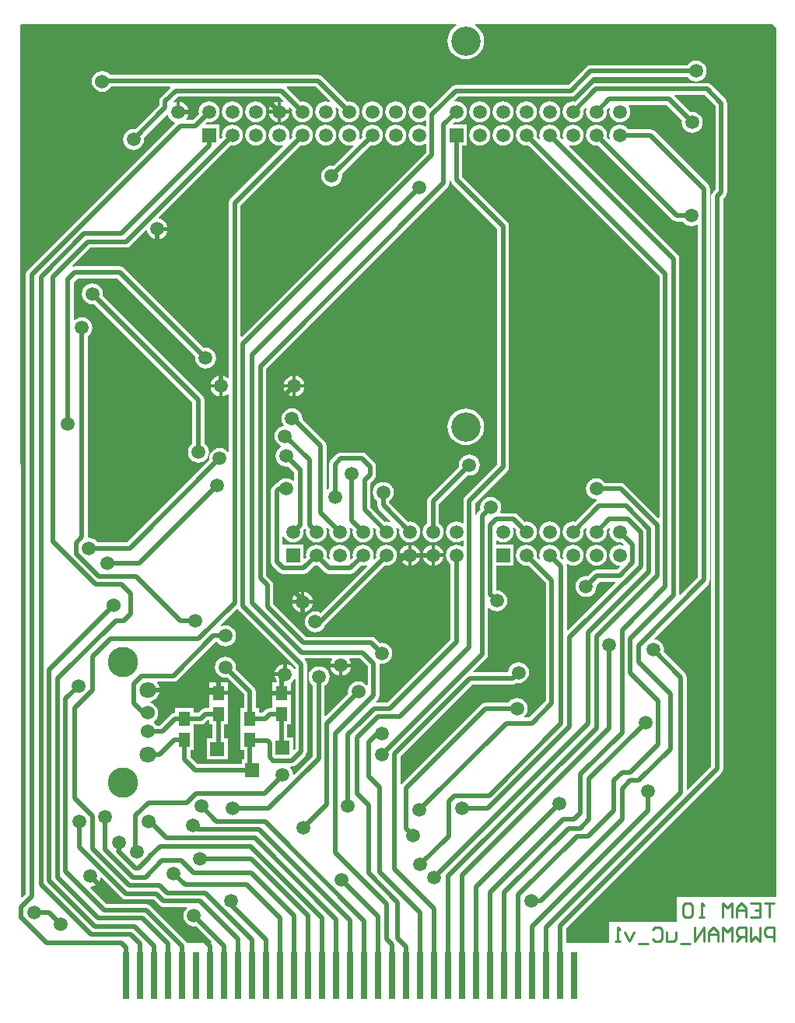
<source format=gbl>
%FSLAX25Y25*%
%MOIN*%
G70*
G01*
G75*
G04 Layer_Physical_Order=2*
G04 Layer_Color=16711680*
%ADD10R,0.03000X0.20000*%
%ADD11C,0.02000*%
%ADD12C,0.12992*%
%ADD13C,0.07087*%
%ADD14C,0.06000*%
%ADD15R,0.05906X0.05906*%
%ADD16C,0.05906*%
%ADD17C,0.12598*%
%ADD18R,0.05000X0.06000*%
%ADD19C,0.01000*%
G36*
X188145Y350524D02*
X188698Y349698D01*
X207951Y330444D01*
Y229356D01*
X194198Y215602D01*
X193645Y214775D01*
X193451Y213800D01*
Y204413D01*
X193003Y204192D01*
X192746Y204390D01*
X191662Y204838D01*
X190500Y204991D01*
X189338Y204838D01*
X188254Y204390D01*
X187324Y203676D01*
X186610Y202746D01*
X186162Y201662D01*
X186009Y200500D01*
X186162Y199338D01*
X186610Y198254D01*
X187324Y197324D01*
X188254Y196610D01*
X189338Y196162D01*
X190500Y196009D01*
X191662Y196162D01*
X192746Y196610D01*
X193003Y196808D01*
X193451Y196587D01*
Y194413D01*
X193003Y194192D01*
X192746Y194389D01*
X191662Y194838D01*
X190500Y194991D01*
X189338Y194838D01*
X188254Y194389D01*
X187324Y193676D01*
X186610Y192746D01*
X186162Y191662D01*
X186009Y190500D01*
X186162Y189338D01*
X186610Y188254D01*
X187324Y187324D01*
X187951Y186843D01*
Y154556D01*
X160744Y127349D01*
X156107D01*
X155916Y127811D01*
X156802Y128698D01*
X157355Y129525D01*
X157549Y130500D01*
Y143630D01*
X158019Y144072D01*
X158500Y144009D01*
X159662Y144162D01*
X160746Y144611D01*
X161676Y145324D01*
X162390Y146254D01*
X162838Y147338D01*
X162991Y148500D01*
X162838Y149662D01*
X162390Y150746D01*
X161676Y151676D01*
X160746Y152390D01*
X159662Y152838D01*
X158500Y152991D01*
X157717Y152888D01*
X155802Y154802D01*
X154975Y155355D01*
X154000Y155549D01*
X126056D01*
X124302Y157302D01*
X124151Y157404D01*
X112049Y169506D01*
Y177750D01*
X111855Y178726D01*
X111302Y179552D01*
X109049Y181806D01*
Y270444D01*
X186802Y348198D01*
X187355Y349025D01*
X187549Y350000D01*
Y350958D01*
X188049Y351008D01*
X188145Y350524D01*
D02*
G37*
G36*
X152451Y142944D02*
Y134987D01*
X151951Y134817D01*
X151676Y135176D01*
X150746Y135889D01*
X149662Y136338D01*
X148500Y136491D01*
X147338Y136338D01*
X146254Y135889D01*
X145324Y135176D01*
X144611Y134246D01*
X144162Y133162D01*
X144009Y132000D01*
X144112Y131217D01*
X134511Y121616D01*
X134049Y121807D01*
Y134667D01*
X134776Y135224D01*
X135489Y136154D01*
X135938Y137238D01*
X136091Y138400D01*
X135938Y139562D01*
X135489Y140646D01*
X134776Y141576D01*
X133846Y142289D01*
X132762Y142738D01*
X131600Y142891D01*
X130438Y142738D01*
X129354Y142289D01*
X128424Y141576D01*
X127710Y140646D01*
X127262Y139562D01*
X127109Y138400D01*
X127262Y137238D01*
X127710Y136154D01*
X128424Y135224D01*
X128951Y134820D01*
Y104456D01*
X120960Y96465D01*
X120467Y96680D01*
X120338Y97662D01*
X119889Y98746D01*
X119312Y99498D01*
X119541Y99998D01*
X119988D01*
X120964Y100192D01*
X121791Y100745D01*
X125802Y104756D01*
X126355Y105584D01*
X126549Y106559D01*
Y143648D01*
X126355Y144623D01*
X125802Y145450D01*
X125436Y145817D01*
X125628Y146279D01*
X137008D01*
X137229Y145830D01*
X137011Y145546D01*
X136562Y144462D01*
X136508Y144050D01*
X145292D01*
X145238Y144462D01*
X144790Y145546D01*
X144571Y145830D01*
X144792Y146279D01*
X149117D01*
X152451Y142944D01*
D02*
G37*
G36*
X96942Y167228D02*
X97198Y166846D01*
X121451Y142592D01*
Y141697D01*
X120951Y141597D01*
X120889Y141746D01*
X120176Y142676D01*
X119246Y143389D01*
X118162Y143838D01*
X117750Y143892D01*
Y139500D01*
X117000D01*
Y138750D01*
X112608D01*
X112662Y138338D01*
X113110Y137254D01*
X113689Y136500D01*
X113462Y136000D01*
X111500D01*
Y132250D01*
X119500D01*
Y135806D01*
X120176Y136324D01*
X120889Y137254D01*
X120951Y137403D01*
X121451Y137303D01*
Y107615D01*
X120915Y107078D01*
X120453Y107270D01*
Y112453D01*
X118049D01*
Y118000D01*
X119500D01*
Y127000D01*
Y130750D01*
X111500D01*
Y127000D01*
Y125049D01*
X110500D01*
X109525Y124855D01*
X108698Y124302D01*
X107444Y123049D01*
X106000D01*
Y125000D01*
X104549D01*
Y132000D01*
X104355Y132975D01*
X103802Y133802D01*
X95888Y141717D01*
X95991Y142500D01*
X95838Y143662D01*
X95389Y144746D01*
X94676Y145676D01*
X93746Y146389D01*
X92662Y146838D01*
X91500Y146991D01*
X90338Y146838D01*
X89254Y146389D01*
X88324Y145676D01*
X87611Y144746D01*
X87162Y143662D01*
X87009Y142500D01*
X87162Y141338D01*
X87611Y140254D01*
X88324Y139324D01*
X89254Y138610D01*
X90338Y138162D01*
X91500Y138009D01*
X92283Y138112D01*
X99451Y130944D01*
Y125000D01*
X98000D01*
Y116000D01*
Y107000D01*
X99451D01*
Y102953D01*
X98547D01*
Y101049D01*
X79556D01*
X76549Y104056D01*
Y107000D01*
X78000D01*
Y116000D01*
Y117951D01*
X81000D01*
X81976Y118145D01*
X82802Y118698D01*
X84000Y119895D01*
X84500Y119816D01*
Y118000D01*
X85951D01*
Y111953D01*
X83547D01*
Y103047D01*
X92453D01*
Y111953D01*
X91049D01*
Y118000D01*
X92500D01*
Y127000D01*
Y130750D01*
X84500D01*
Y127000D01*
Y125049D01*
X83000D01*
X82025Y124855D01*
X81198Y124302D01*
X79944Y123049D01*
X78000D01*
Y125000D01*
X70000D01*
Y123049D01*
X69024Y122855D01*
X68198Y122302D01*
X63444Y117549D01*
X61934D01*
X61379Y118272D01*
X60841Y118685D01*
Y119315D01*
X61379Y119728D01*
X62100Y120668D01*
X62554Y121762D01*
X62708Y122937D01*
X62554Y124112D01*
X62100Y125206D01*
X61379Y126146D01*
X60439Y126868D01*
X59344Y127321D01*
X59261Y127332D01*
Y127836D01*
X59486Y127866D01*
X60713Y128374D01*
X61766Y129183D01*
X62575Y130236D01*
X63083Y131463D01*
X63157Y132029D01*
X58169D01*
Y133529D01*
X63157D01*
X63083Y134096D01*
X62575Y135323D01*
X62189Y135826D01*
X62410Y136274D01*
X69175D01*
X70150Y136468D01*
X70977Y137021D01*
X87374Y153417D01*
X87885Y153396D01*
X88324Y152824D01*
X89254Y152111D01*
X90338Y151662D01*
X91500Y151509D01*
X92662Y151662D01*
X93746Y152111D01*
X94676Y152824D01*
X95389Y153754D01*
X95838Y154838D01*
X95991Y156000D01*
X95838Y157162D01*
X95389Y158246D01*
X94676Y159176D01*
X93746Y159889D01*
X92662Y160338D01*
X91500Y160491D01*
X90338Y160338D01*
X89850Y160136D01*
X89567Y160560D01*
X96345Y167338D01*
X96942Y167228D01*
D02*
G37*
G36*
X47070Y43698D02*
X47897Y43145D01*
X48873Y42951D01*
X60744D01*
X63191Y40504D01*
X64018Y39951D01*
X64994Y39757D01*
X74805D01*
X74965Y39284D01*
X74824Y39176D01*
X74111Y38246D01*
X73662Y37162D01*
X73509Y36000D01*
X73662Y34838D01*
X74111Y33754D01*
X74824Y32824D01*
X75754Y32111D01*
X76838Y31662D01*
X78000Y31509D01*
X78783Y31612D01*
X85433Y24962D01*
X85242Y24500D01*
X75005D01*
X74802Y24802D01*
X59302Y40302D01*
X58476Y40855D01*
X57500Y41049D01*
X40556D01*
X33589Y48016D01*
X33768Y48544D01*
X34662Y48662D01*
X35746Y49110D01*
X36676Y49824D01*
X37389Y50754D01*
X37838Y51838D01*
X37891Y52242D01*
X38365Y52403D01*
X47070Y43698D01*
D02*
G37*
G36*
X327500Y416500D02*
Y43998D01*
X285013D01*
Y33498D01*
X256022D01*
Y24500D01*
X237549D01*
Y30744D01*
X304002Y97198D01*
X304555Y98024D01*
X304749Y99000D01*
Y343344D01*
X305802Y344398D01*
X306355Y345224D01*
X306549Y346200D01*
Y384200D01*
X306355Y385175D01*
X305802Y386002D01*
X299702Y392102D01*
X298875Y392655D01*
X297900Y392849D01*
X250300D01*
X249324Y392655D01*
X248498Y392102D01*
X241283Y384888D01*
X240500Y384991D01*
X239338Y384838D01*
X238254Y384389D01*
X237324Y383676D01*
X236611Y382746D01*
X236162Y381662D01*
X236009Y380500D01*
X236162Y379338D01*
X236611Y378254D01*
X237324Y377324D01*
X238254Y376610D01*
X239338Y376162D01*
X240500Y376009D01*
X241662Y376162D01*
X242746Y376610D01*
X243676Y377324D01*
X244390Y378254D01*
X244838Y379338D01*
X244991Y380500D01*
X244888Y381283D01*
X245871Y382266D01*
X246294Y381983D01*
X246162Y381662D01*
X246009Y380500D01*
X246162Y379338D01*
X246610Y378254D01*
X247324Y377324D01*
X248254Y376610D01*
X249338Y376162D01*
X250500Y376009D01*
X251662Y376162D01*
X252746Y376610D01*
X253676Y377324D01*
X254390Y378254D01*
X254838Y379338D01*
X254991Y380500D01*
X254888Y381283D01*
X255871Y382266D01*
X256294Y381983D01*
X256162Y381662D01*
X256009Y380500D01*
X256162Y379338D01*
X256610Y378254D01*
X257324Y377324D01*
X258254Y376610D01*
X259338Y376162D01*
X260500Y376009D01*
X261662Y376162D01*
X262746Y376610D01*
X263676Y377324D01*
X264389Y378254D01*
X264838Y379338D01*
X264991Y380500D01*
X264838Y381662D01*
X264389Y382746D01*
X264192Y383003D01*
X264413Y383451D01*
X280544D01*
X287124Y376872D01*
X287009Y376000D01*
X287162Y374838D01*
X287611Y373754D01*
X288324Y372824D01*
X289254Y372111D01*
X290338Y371662D01*
X291500Y371509D01*
X292662Y371662D01*
X293746Y372111D01*
X294676Y372824D01*
X295390Y373754D01*
X295838Y374838D01*
X295991Y376000D01*
X295838Y377162D01*
X295390Y378246D01*
X294676Y379176D01*
X293746Y379889D01*
X292662Y380338D01*
X291500Y380491D01*
X290805Y380400D01*
X283916Y387289D01*
X284107Y387751D01*
X296844D01*
X301451Y383144D01*
Y347256D01*
X300398Y346202D01*
X299845Y345375D01*
X299651Y344400D01*
Y100056D01*
X289638Y90043D01*
X289176Y90234D01*
Y138173D01*
X288982Y139149D01*
X288429Y139976D01*
X279288Y149117D01*
X279391Y149900D01*
X279238Y151062D01*
X278789Y152146D01*
X278076Y153076D01*
X277146Y153789D01*
X276062Y154238D01*
X275314Y154337D01*
X275135Y154865D01*
X298402Y178132D01*
X298955Y178959D01*
X299149Y179935D01*
Y347500D01*
X298955Y348476D01*
X298402Y349302D01*
X275402Y372302D01*
X274575Y372855D01*
X273600Y373049D01*
X264157D01*
X263676Y373676D01*
X262746Y374390D01*
X261662Y374838D01*
X260500Y374991D01*
X259338Y374838D01*
X258254Y374390D01*
X257324Y373676D01*
X256610Y372746D01*
X256162Y371662D01*
X256009Y370500D01*
X256162Y369338D01*
X256294Y369017D01*
X255871Y368734D01*
X254888Y369717D01*
X254991Y370500D01*
X254838Y371662D01*
X254390Y372746D01*
X253676Y373676D01*
X252746Y374390D01*
X251662Y374838D01*
X250500Y374991D01*
X249338Y374838D01*
X248254Y374390D01*
X247324Y373676D01*
X246610Y372746D01*
X246162Y371662D01*
X246009Y370500D01*
X246162Y369338D01*
X246610Y368254D01*
X247324Y367324D01*
X248254Y366611D01*
X249338Y366162D01*
X250500Y366009D01*
X251283Y366112D01*
X283248Y334148D01*
X284074Y333595D01*
X285050Y333401D01*
X287443D01*
X287924Y332774D01*
X288854Y332061D01*
X289938Y331612D01*
X291100Y331459D01*
X292262Y331612D01*
X293346Y332061D01*
X293603Y332258D01*
X294051Y332037D01*
Y180990D01*
X286502Y173441D01*
X286002Y173648D01*
Y317547D01*
X285808Y318523D01*
X285255Y319350D01*
X238734Y365871D01*
X239017Y366295D01*
X239338Y366162D01*
X240500Y366009D01*
X241662Y366162D01*
X242746Y366611D01*
X243676Y367324D01*
X244390Y368254D01*
X244838Y369338D01*
X244991Y370500D01*
X244838Y371662D01*
X244390Y372746D01*
X243676Y373676D01*
X242746Y374390D01*
X241662Y374838D01*
X240500Y374991D01*
X239338Y374838D01*
X238254Y374390D01*
X237324Y373676D01*
X236611Y372746D01*
X236162Y371662D01*
X236009Y370500D01*
X236162Y369338D01*
X236295Y369017D01*
X235871Y368734D01*
X234888Y369717D01*
X234991Y370500D01*
X234838Y371662D01*
X234389Y372746D01*
X233676Y373676D01*
X232746Y374390D01*
X231662Y374838D01*
X230500Y374991D01*
X229338Y374838D01*
X228254Y374390D01*
X227324Y373676D01*
X226610Y372746D01*
X226162Y371662D01*
X226009Y370500D01*
X226162Y369338D01*
X226294Y369017D01*
X225871Y368734D01*
X224888Y369717D01*
X224991Y370500D01*
X224838Y371662D01*
X224390Y372746D01*
X223676Y373676D01*
X222746Y374390D01*
X221662Y374838D01*
X220500Y374991D01*
X219338Y374838D01*
X218254Y374390D01*
X217324Y373676D01*
X216611Y372746D01*
X216162Y371662D01*
X216009Y370500D01*
X216162Y369338D01*
X216611Y368254D01*
X217324Y367324D01*
X218254Y366611D01*
X219338Y366162D01*
X220500Y366009D01*
X221283Y366112D01*
X277404Y309991D01*
Y206591D01*
X276942Y206400D01*
X262539Y220802D01*
X261712Y221355D01*
X260737Y221549D01*
X254157D01*
X253676Y222176D01*
X252746Y222889D01*
X251662Y223338D01*
X250500Y223491D01*
X249338Y223338D01*
X248254Y222889D01*
X247324Y222176D01*
X246610Y221246D01*
X246162Y220162D01*
X246009Y219000D01*
X246162Y217838D01*
X246610Y216754D01*
X247324Y215824D01*
X248254Y215110D01*
X249338Y214662D01*
X250500Y214509D01*
X250590Y214521D01*
X250725Y214055D01*
X249898Y213502D01*
X241283Y204888D01*
X240500Y204991D01*
X239338Y204838D01*
X238254Y204390D01*
X237324Y203676D01*
X236611Y202746D01*
X236162Y201662D01*
X236009Y200500D01*
X236162Y199338D01*
X236611Y198254D01*
X237324Y197324D01*
X238254Y196610D01*
X239338Y196162D01*
X240500Y196009D01*
X241662Y196162D01*
X242746Y196610D01*
X243676Y197324D01*
X244390Y198254D01*
X244838Y199338D01*
X244991Y200500D01*
X244888Y201283D01*
X245871Y202266D01*
X246294Y201983D01*
X246162Y201662D01*
X246009Y200500D01*
X246162Y199338D01*
X246610Y198254D01*
X247324Y197324D01*
X248254Y196610D01*
X249338Y196162D01*
X250500Y196009D01*
X251662Y196162D01*
X252746Y196610D01*
X253676Y197324D01*
X254390Y198254D01*
X254838Y199338D01*
X254991Y200500D01*
X254888Y201283D01*
X255871Y202266D01*
X256294Y201983D01*
X256162Y201662D01*
X256009Y200500D01*
X256162Y199338D01*
X256610Y198254D01*
X257324Y197324D01*
X258254Y196610D01*
X259338Y196162D01*
X260500Y196009D01*
X261283Y196112D01*
X262266Y195129D01*
X261983Y194705D01*
X261662Y194838D01*
X260500Y194991D01*
X259338Y194838D01*
X258254Y194389D01*
X257324Y193676D01*
X256610Y192746D01*
X256162Y191662D01*
X256009Y190500D01*
X256162Y189338D01*
X256610Y188254D01*
X257324Y187324D01*
X258254Y186610D01*
X259338Y186162D01*
X260411Y186021D01*
X260676Y185578D01*
X259417Y184319D01*
X250670D01*
X249694Y184125D01*
X248867Y183572D01*
X246783Y181488D01*
X246000Y181591D01*
X244838Y181438D01*
X243754Y180990D01*
X242824Y180276D01*
X242110Y179346D01*
X241662Y178262D01*
X241509Y177100D01*
X241662Y175938D01*
X242110Y174854D01*
X242824Y173924D01*
X243754Y173211D01*
X244838Y172762D01*
X246000Y172609D01*
X247162Y172762D01*
X248246Y173211D01*
X249176Y173924D01*
X249889Y174854D01*
X250338Y175938D01*
X250491Y177100D01*
X250388Y177883D01*
X251726Y179221D01*
X258615D01*
X258807Y178759D01*
X238311Y158263D01*
X237849Y158455D01*
Y185700D01*
X237710Y186398D01*
X238164Y186680D01*
X238254Y186610D01*
X239338Y186162D01*
X240500Y186009D01*
X241662Y186162D01*
X242746Y186610D01*
X243676Y187324D01*
X244390Y188254D01*
X244838Y189338D01*
X244991Y190500D01*
X244838Y191662D01*
X244390Y192746D01*
X243676Y193676D01*
X242746Y194389D01*
X241662Y194838D01*
X240500Y194991D01*
X239338Y194838D01*
X238254Y194389D01*
X237324Y193676D01*
X236611Y192746D01*
X236162Y191662D01*
X236009Y190500D01*
X236162Y189338D01*
X236295Y189017D01*
X235871Y188734D01*
X234888Y189717D01*
X234991Y190500D01*
X234838Y191662D01*
X234389Y192746D01*
X233676Y193676D01*
X232746Y194389D01*
X231662Y194838D01*
X230500Y194991D01*
X229338Y194838D01*
X228254Y194389D01*
X227324Y193676D01*
X226610Y192746D01*
X226162Y191662D01*
X226009Y190500D01*
X226162Y189338D01*
X226294Y189017D01*
X225871Y188734D01*
X224888Y189717D01*
X224991Y190500D01*
X224838Y191662D01*
X224390Y192746D01*
X223676Y193676D01*
X222746Y194389D01*
X221662Y194838D01*
X220500Y194991D01*
X219338Y194838D01*
X218254Y194389D01*
X217324Y193676D01*
X216611Y192746D01*
X216162Y191662D01*
X216009Y190500D01*
X216162Y189338D01*
X216611Y188254D01*
X217324Y187324D01*
X218254Y186610D01*
X219338Y186162D01*
X220500Y186009D01*
X221283Y186112D01*
X228801Y178594D01*
Y128164D01*
X221715Y121078D01*
X219742D01*
X219581Y121552D01*
X219676Y121624D01*
X220390Y122554D01*
X220838Y123638D01*
X220991Y124800D01*
X220838Y125962D01*
X220390Y127046D01*
X219676Y127976D01*
X218746Y128690D01*
X217662Y129138D01*
X216500Y129291D01*
X215338Y129138D01*
X214254Y128690D01*
X213324Y127976D01*
X212843Y127349D01*
X203000D01*
X202025Y127155D01*
X201198Y126602D01*
X167198Y92602D01*
X167049Y92380D01*
X166549Y92532D01*
Y104394D01*
X197306Y135151D01*
X214600D01*
X215576Y135345D01*
X216281Y135817D01*
X217100Y135709D01*
X218262Y135862D01*
X219346Y136311D01*
X220276Y137024D01*
X220989Y137954D01*
X221438Y139038D01*
X221591Y140200D01*
X221438Y141362D01*
X220989Y142446D01*
X220276Y143376D01*
X219346Y144089D01*
X218262Y144538D01*
X217100Y144691D01*
X215938Y144538D01*
X214854Y144089D01*
X213924Y143376D01*
X213211Y142446D01*
X212762Y141362D01*
X212615Y140249D01*
X197907D01*
X197716Y140711D01*
X203302Y146298D01*
X203855Y147125D01*
X204049Y148100D01*
Y167673D01*
X204522Y167834D01*
X204549Y167799D01*
X205479Y167086D01*
X206562Y166637D01*
X207725Y166484D01*
X208887Y166637D01*
X209970Y167086D01*
X210900Y167799D01*
X211614Y168730D01*
X212063Y169813D01*
X212216Y170975D01*
X212063Y172138D01*
X211614Y173221D01*
X210900Y174151D01*
X209970Y174865D01*
X208887Y175313D01*
X207725Y175466D01*
X207549Y175621D01*
Y186047D01*
X214953D01*
Y194953D01*
X207549D01*
Y196587D01*
X207997Y196808D01*
X208254Y196610D01*
X209338Y196162D01*
X210500Y196009D01*
X211662Y196162D01*
X212746Y196610D01*
X213676Y197324D01*
X214389Y198254D01*
X214838Y199338D01*
X214991Y200500D01*
X214838Y201662D01*
X214705Y201983D01*
X215129Y202266D01*
X216112Y201283D01*
X216009Y200500D01*
X216162Y199338D01*
X216611Y198254D01*
X217324Y197324D01*
X218254Y196610D01*
X219338Y196162D01*
X220500Y196009D01*
X221662Y196162D01*
X222746Y196610D01*
X223676Y197324D01*
X224390Y198254D01*
X224838Y199338D01*
X224991Y200500D01*
X224838Y201662D01*
X224390Y202746D01*
X223676Y203676D01*
X222746Y204390D01*
X221662Y204838D01*
X220500Y204991D01*
X219717Y204888D01*
X216802Y207802D01*
X215975Y208355D01*
X215000Y208549D01*
X209537D01*
X209211Y209049D01*
X209538Y209838D01*
X209691Y211000D01*
X209538Y212162D01*
X209089Y213246D01*
X208376Y214176D01*
X207446Y214890D01*
X206362Y215338D01*
X205200Y215491D01*
X204038Y215338D01*
X202954Y214890D01*
X202024Y214176D01*
X201310Y213246D01*
X200862Y212162D01*
X200709Y211000D01*
X200812Y210217D01*
X199698Y209102D01*
X199145Y208276D01*
X199049Y207792D01*
X198549Y207842D01*
Y212744D01*
X212302Y226498D01*
X212855Y227325D01*
X213049Y228300D01*
Y331500D01*
X212855Y332475D01*
X212302Y333302D01*
X193049Y352556D01*
Y366047D01*
X194953D01*
Y374953D01*
X189211D01*
X189020Y375415D01*
X189717Y376112D01*
X190500Y376009D01*
X191662Y376162D01*
X192746Y376610D01*
X193676Y377324D01*
X194389Y378254D01*
X194838Y379338D01*
X194991Y380500D01*
X194838Y381662D01*
X194389Y382746D01*
X193676Y383676D01*
X192746Y384389D01*
X191662Y384838D01*
X190500Y384991D01*
X189928Y384916D01*
X189694Y385389D01*
X191256Y386951D01*
X239500D01*
X240476Y387145D01*
X241302Y387698D01*
X249056Y395451D01*
X289543D01*
X290024Y394824D01*
X290954Y394110D01*
X292038Y393662D01*
X293200Y393509D01*
X294362Y393662D01*
X295446Y394110D01*
X296376Y394824D01*
X297090Y395754D01*
X297538Y396838D01*
X297691Y398000D01*
X297538Y399162D01*
X297090Y400246D01*
X296376Y401176D01*
X295446Y401890D01*
X294362Y402338D01*
X293200Y402491D01*
X292038Y402338D01*
X290954Y401890D01*
X290024Y401176D01*
X289543Y400549D01*
X248000D01*
X247024Y400355D01*
X246198Y399802D01*
X238444Y392049D01*
X190200D01*
X189225Y391855D01*
X188398Y391302D01*
X179133Y382037D01*
X178642Y382135D01*
X178390Y382746D01*
X177676Y383676D01*
X176746Y384389D01*
X175662Y384838D01*
X174500Y384991D01*
X173338Y384838D01*
X172254Y384389D01*
X171324Y383676D01*
X170610Y382746D01*
X170162Y381662D01*
X170009Y380500D01*
X170162Y379338D01*
X170610Y378254D01*
X171324Y377324D01*
X172254Y376610D01*
X173338Y376162D01*
X174500Y376009D01*
X175662Y376162D01*
X176746Y376610D01*
X177003Y376808D01*
X177451Y376587D01*
Y374413D01*
X177003Y374192D01*
X176746Y374390D01*
X175662Y374838D01*
X174500Y374991D01*
X173338Y374838D01*
X172254Y374390D01*
X171324Y373676D01*
X170610Y372746D01*
X170162Y371662D01*
X170009Y370500D01*
X170162Y369338D01*
X170610Y368254D01*
X171324Y367324D01*
X172254Y366611D01*
X173338Y366162D01*
X174500Y366009D01*
X175662Y366162D01*
X176746Y366611D01*
X177003Y366808D01*
X177451Y366587D01*
Y363056D01*
X98511Y284116D01*
X98049Y284307D01*
Y340444D01*
X123717Y366112D01*
X124500Y366009D01*
X125662Y366162D01*
X126746Y366611D01*
X127676Y367324D01*
X128390Y368254D01*
X128838Y369338D01*
X128991Y370500D01*
X128838Y371662D01*
X128390Y372746D01*
X127676Y373676D01*
X126746Y374390D01*
X125662Y374838D01*
X124500Y374991D01*
X123338Y374838D01*
X122254Y374390D01*
X121324Y373676D01*
X120610Y372746D01*
X120162Y371662D01*
X120009Y370500D01*
X120112Y369717D01*
X119129Y368734D01*
X118705Y369017D01*
X118838Y369338D01*
X118991Y370500D01*
X118838Y371662D01*
X118389Y372746D01*
X117676Y373676D01*
X116746Y374390D01*
X115662Y374838D01*
X114500Y374991D01*
X113338Y374838D01*
X112254Y374390D01*
X111324Y373676D01*
X110610Y372746D01*
X110162Y371662D01*
X110009Y370500D01*
X110162Y369338D01*
X110610Y368254D01*
X111324Y367324D01*
X112254Y366611D01*
X113338Y366162D01*
X114500Y366009D01*
X115662Y366162D01*
X115983Y366295D01*
X116266Y365871D01*
X93698Y343302D01*
X93145Y342476D01*
X92951Y341500D01*
Y266595D01*
X92451Y266348D01*
X91746Y266890D01*
X90662Y267338D01*
X90250Y267392D01*
Y263000D01*
Y258608D01*
X90662Y258662D01*
X91746Y259110D01*
X92451Y259652D01*
X92951Y259405D01*
Y234987D01*
X92451Y234817D01*
X92176Y235176D01*
X91246Y235890D01*
X90162Y236338D01*
X89000Y236491D01*
X87838Y236338D01*
X86754Y235890D01*
X85824Y235176D01*
X85110Y234246D01*
X84662Y233162D01*
X84509Y232000D01*
X84600Y231305D01*
X49344Y196049D01*
X36657D01*
X36176Y196676D01*
X35246Y197389D01*
X34162Y197838D01*
X33002Y197991D01*
X32908Y198004D01*
X32549Y198436D01*
Y284343D01*
X33176Y284824D01*
X33889Y285754D01*
X34338Y286838D01*
X34491Y288000D01*
X34338Y289162D01*
X33889Y290246D01*
X33176Y291176D01*
X32246Y291890D01*
X31162Y292338D01*
X30000Y292491D01*
X28838Y292338D01*
X27754Y291890D01*
X26949Y291271D01*
X26449Y291450D01*
Y307544D01*
X28056Y309151D01*
X45244D01*
X78612Y275783D01*
X78509Y275000D01*
X78662Y273838D01*
X79110Y272754D01*
X79824Y271824D01*
X80754Y271111D01*
X81838Y270662D01*
X83000Y270509D01*
X84162Y270662D01*
X85246Y271111D01*
X86176Y271824D01*
X86889Y272754D01*
X87338Y273838D01*
X87491Y275000D01*
X87338Y276162D01*
X86889Y277246D01*
X86176Y278176D01*
X85246Y278889D01*
X84162Y279338D01*
X83000Y279491D01*
X82217Y279388D01*
X48102Y313502D01*
X47276Y314055D01*
X46300Y314249D01*
X46250Y314239D01*
X46200Y314249D01*
X27000D01*
X26540Y314158D01*
X25972Y314551D01*
X25956Y314651D01*
X33556Y322251D01*
X48800D01*
X49775Y322445D01*
X50602Y322998D01*
X57420Y329816D01*
X57894Y329655D01*
X57962Y329138D01*
X58411Y328054D01*
X59124Y327124D01*
X60054Y326411D01*
X61138Y325962D01*
X61550Y325908D01*
Y330300D01*
X62300D01*
Y331050D01*
X66692D01*
X66638Y331462D01*
X66189Y332546D01*
X65476Y333476D01*
X64546Y334190D01*
X63462Y334638D01*
X62945Y334706D01*
X62784Y335180D01*
X93717Y366112D01*
X94500Y366009D01*
X95662Y366162D01*
X96746Y366611D01*
X97676Y367324D01*
X98390Y368254D01*
X98838Y369338D01*
X98991Y370500D01*
X98838Y371662D01*
X98390Y372746D01*
X97676Y373676D01*
X96746Y374390D01*
X95662Y374838D01*
X94500Y374991D01*
X93338Y374838D01*
X92254Y374390D01*
X91324Y373676D01*
X90610Y372746D01*
X90162Y371662D01*
X90009Y370500D01*
X90112Y369717D01*
X89415Y369020D01*
X88953Y369211D01*
Y374953D01*
X83211D01*
X83020Y375415D01*
X83717Y376112D01*
X84500Y376009D01*
X85662Y376162D01*
X86746Y376610D01*
X87676Y377324D01*
X88389Y378254D01*
X88838Y379338D01*
X88991Y380500D01*
X88838Y381662D01*
X88389Y382746D01*
X87676Y383676D01*
X86746Y384389D01*
X85662Y384838D01*
X84500Y384991D01*
X83338Y384838D01*
X82254Y384389D01*
X81324Y383676D01*
X80611Y382746D01*
X80162Y381662D01*
X80009Y380500D01*
X80112Y379717D01*
X77397Y377002D01*
X74835D01*
X74589Y377502D01*
X75090Y378154D01*
X75538Y379238D01*
X75592Y379650D01*
X71200D01*
Y380400D01*
X70450D01*
Y384792D01*
X70038Y384738D01*
X69527Y384526D01*
X69243Y384950D01*
X71244Y386951D01*
X75310D01*
X75547Y386904D01*
X114491D01*
X116266Y385129D01*
X115983Y384705D01*
X115662Y384838D01*
X115250Y384892D01*
Y381250D01*
X118892D01*
X118838Y381662D01*
X118705Y381983D01*
X119129Y382266D01*
X120112Y381283D01*
X120009Y380500D01*
X120162Y379338D01*
X120610Y378254D01*
X121324Y377324D01*
X122254Y376610D01*
X123338Y376162D01*
X124500Y376009D01*
X125662Y376162D01*
X126746Y376610D01*
X127676Y377324D01*
X128390Y378254D01*
X128838Y379338D01*
X128991Y380500D01*
X128838Y381662D01*
X128390Y382746D01*
X127676Y383676D01*
X126746Y384389D01*
X125662Y384838D01*
X124500Y384991D01*
X123717Y384888D01*
X117816Y390789D01*
X118007Y391251D01*
X130144D01*
X136266Y385129D01*
X135983Y384705D01*
X135662Y384838D01*
X134500Y384991D01*
X133338Y384838D01*
X132254Y384389D01*
X131324Y383676D01*
X130611Y382746D01*
X130162Y381662D01*
X130009Y380500D01*
X130162Y379338D01*
X130611Y378254D01*
X131324Y377324D01*
X132254Y376610D01*
X133338Y376162D01*
X134500Y376009D01*
X135662Y376162D01*
X136746Y376610D01*
X137676Y377324D01*
X138390Y378254D01*
X138838Y379338D01*
X138991Y380500D01*
X138838Y381662D01*
X138706Y381983D01*
X139129Y382266D01*
X140112Y381283D01*
X140009Y380500D01*
X140162Y379338D01*
X140611Y378254D01*
X141324Y377324D01*
X142254Y376610D01*
X143338Y376162D01*
X144500Y376009D01*
X145662Y376162D01*
X146746Y376610D01*
X147676Y377324D01*
X148389Y378254D01*
X148838Y379338D01*
X148991Y380500D01*
X148838Y381662D01*
X148389Y382746D01*
X147676Y383676D01*
X146746Y384389D01*
X145662Y384838D01*
X144500Y384991D01*
X143717Y384888D01*
X133002Y395602D01*
X132176Y396155D01*
X131200Y396349D01*
X42186D01*
X41909Y396709D01*
X40969Y397431D01*
X39875Y397884D01*
X38700Y398039D01*
X37525Y397884D01*
X36431Y397431D01*
X35491Y396709D01*
X34769Y395769D01*
X34316Y394675D01*
X34161Y393500D01*
X34316Y392325D01*
X34769Y391231D01*
X35491Y390291D01*
X36431Y389569D01*
X37525Y389116D01*
X38700Y388961D01*
X39875Y389116D01*
X40969Y389569D01*
X41909Y390291D01*
X42631Y391231D01*
X42639Y391251D01*
X67681D01*
X67873Y390789D01*
X63886Y386802D01*
X63333Y385976D01*
X63139Y385000D01*
Y383344D01*
X52883Y373088D01*
X52100Y373191D01*
X50938Y373038D01*
X49854Y372589D01*
X48924Y371876D01*
X48210Y370946D01*
X47762Y369862D01*
X47609Y368700D01*
X47762Y367538D01*
X48210Y366454D01*
X48924Y365524D01*
X49854Y364810D01*
X50938Y364362D01*
X52100Y364209D01*
X53262Y364362D01*
X54346Y364810D01*
X55276Y365524D01*
X55989Y366454D01*
X56438Y367538D01*
X56591Y368700D01*
X56488Y369483D01*
X66399Y379395D01*
X66406Y379392D01*
X66887Y379176D01*
X67311Y378154D01*
X68024Y377224D01*
X68954Y376511D01*
X69693Y376204D01*
X69810Y375615D01*
X6698Y312502D01*
X6145Y311675D01*
X5951Y310699D01*
Y45334D01*
X4439Y43821D01*
X3976Y44012D01*
X3500Y417646D01*
X3854Y418000D01*
X190295D01*
X190416Y417515D01*
X190146Y417371D01*
X188958Y416396D01*
X187984Y415208D01*
X187260Y413854D01*
X186814Y412383D01*
X186663Y410854D01*
X186814Y409326D01*
X187260Y407855D01*
X187984Y406500D01*
X188958Y405313D01*
X190146Y404338D01*
X191501Y403614D01*
X192971Y403168D01*
X194500Y403018D01*
X196029Y403168D01*
X197499Y403614D01*
X198854Y404338D01*
X200042Y405313D01*
X201016Y406500D01*
X201740Y407855D01*
X202186Y409326D01*
X202337Y410854D01*
X202186Y412383D01*
X201740Y413854D01*
X201016Y415208D01*
X200042Y416396D01*
X198854Y417371D01*
X198584Y417515D01*
X198705Y418000D01*
X326000D01*
X327500Y416500D01*
D02*
G37*
%LPC*%
G36*
X171250Y194892D02*
Y191250D01*
X174892D01*
X174838Y191662D01*
X174390Y192746D01*
X173676Y193676D01*
X172746Y194389D01*
X171662Y194838D01*
X171250Y194892D01*
D02*
G37*
G36*
X179750D02*
X179338Y194838D01*
X178254Y194389D01*
X177324Y193676D01*
X176611Y192746D01*
X176162Y191662D01*
X176108Y191250D01*
X179750D01*
Y194892D01*
D02*
G37*
G36*
X169750D02*
X169338Y194838D01*
X168254Y194389D01*
X167324Y193676D01*
X166611Y192746D01*
X166162Y191662D01*
X166108Y191250D01*
X169750D01*
Y194892D01*
D02*
G37*
G36*
X179750Y189750D02*
X176108D01*
X176162Y189338D01*
X176611Y188254D01*
X177324Y187324D01*
X178254Y186610D01*
X179338Y186162D01*
X179750Y186108D01*
Y189750D01*
D02*
G37*
G36*
X184892D02*
X181250D01*
Y186108D01*
X181662Y186162D01*
X182746Y186610D01*
X183676Y187324D01*
X184389Y188254D01*
X184838Y189338D01*
X184892Y189750D01*
D02*
G37*
G36*
X230500Y204991D02*
X229338Y204838D01*
X228254Y204390D01*
X227324Y203676D01*
X226610Y202746D01*
X226162Y201662D01*
X226009Y200500D01*
X226162Y199338D01*
X226610Y198254D01*
X227324Y197324D01*
X228254Y196610D01*
X229338Y196162D01*
X230500Y196009D01*
X231662Y196162D01*
X232746Y196610D01*
X233676Y197324D01*
X234389Y198254D01*
X234838Y199338D01*
X234991Y200500D01*
X234838Y201662D01*
X234389Y202746D01*
X233676Y203676D01*
X232746Y204390D01*
X231662Y204838D01*
X230500Y204991D01*
D02*
G37*
G36*
X34500Y306991D02*
X33338Y306838D01*
X32254Y306389D01*
X31324Y305676D01*
X30610Y304746D01*
X30162Y303662D01*
X30009Y302500D01*
X30162Y301338D01*
X30610Y300254D01*
X31324Y299324D01*
X32254Y298610D01*
X33338Y298162D01*
X34500Y298009D01*
X35283Y298112D01*
X77351Y256044D01*
Y238357D01*
X76724Y237876D01*
X76011Y236946D01*
X75562Y235862D01*
X75409Y234700D01*
X75562Y233538D01*
X76011Y232454D01*
X76724Y231524D01*
X77654Y230810D01*
X78738Y230362D01*
X79900Y230209D01*
X81062Y230362D01*
X82146Y230810D01*
X83076Y231524D01*
X83789Y232454D01*
X84238Y233538D01*
X84391Y234700D01*
X84238Y235862D01*
X83789Y236946D01*
X83076Y237876D01*
X82449Y238357D01*
Y257100D01*
X82255Y258075D01*
X81702Y258902D01*
X38888Y301717D01*
X38991Y302500D01*
X38838Y303662D01*
X38390Y304746D01*
X37676Y305676D01*
X36746Y306389D01*
X35662Y306838D01*
X34500Y306991D01*
D02*
G37*
G36*
X120000Y253491D02*
X118838Y253338D01*
X117754Y252889D01*
X116824Y252176D01*
X116111Y251246D01*
X115662Y250162D01*
X115509Y249000D01*
X115662Y247838D01*
X116111Y246754D01*
X116420Y246352D01*
X116228Y245890D01*
X115838Y245838D01*
X114754Y245390D01*
X113824Y244676D01*
X113110Y243746D01*
X112662Y242662D01*
X112509Y241500D01*
X112662Y240338D01*
X113110Y239254D01*
X113824Y238324D01*
X114754Y237611D01*
X115222Y237417D01*
X115248Y236987D01*
X115231Y236872D01*
X114324Y236176D01*
X113610Y235246D01*
X113162Y234162D01*
X113009Y233000D01*
X113162Y231838D01*
X113610Y230754D01*
X114324Y229824D01*
X115254Y229111D01*
X116338Y228662D01*
X117500Y228509D01*
X118195Y228600D01*
X120951Y225844D01*
Y222595D01*
X120451Y222348D01*
X119746Y222889D01*
X118662Y223338D01*
X117500Y223491D01*
X116338Y223338D01*
X115254Y222889D01*
X114324Y222176D01*
X113725Y221395D01*
X113524Y221355D01*
X112698Y220802D01*
X111698Y219802D01*
X111145Y218975D01*
X110951Y218000D01*
Y187750D01*
X111145Y186775D01*
X111698Y185948D01*
X114448Y183198D01*
X115275Y182645D01*
X116250Y182451D01*
X125000D01*
X125976Y182645D01*
X126802Y183198D01*
X129717Y186112D01*
X130500Y186009D01*
X131283Y186112D01*
X134198Y183198D01*
X135024Y182645D01*
X136000Y182451D01*
X145000D01*
X145975Y182645D01*
X146802Y183198D01*
X149717Y186112D01*
X150500Y186009D01*
X151662Y186162D01*
X151983Y186294D01*
X152266Y185871D01*
X132268Y165873D01*
X132246Y165890D01*
X131162Y166338D01*
X130000Y166491D01*
X128838Y166338D01*
X127754Y165890D01*
X126824Y165176D01*
X126110Y164246D01*
X125662Y163162D01*
X125509Y162000D01*
X125662Y160838D01*
X126110Y159754D01*
X126824Y158824D01*
X127754Y158110D01*
X128838Y157662D01*
X130000Y157509D01*
X131162Y157662D01*
X132246Y158110D01*
X133176Y158824D01*
X133889Y159754D01*
X134264Y160660D01*
X159717Y186112D01*
X160500Y186009D01*
X161662Y186162D01*
X162746Y186610D01*
X163676Y187324D01*
X164390Y188254D01*
X164838Y189338D01*
X164991Y190500D01*
X164838Y191662D01*
X164390Y192746D01*
X163676Y193676D01*
X162746Y194389D01*
X161662Y194838D01*
X160500Y194991D01*
X159338Y194838D01*
X158254Y194389D01*
X157324Y193676D01*
X156611Y192746D01*
X156162Y191662D01*
X156009Y190500D01*
X156112Y189717D01*
X155129Y188734D01*
X154706Y189017D01*
X154838Y189338D01*
X154991Y190500D01*
X154838Y191662D01*
X154390Y192746D01*
X153676Y193676D01*
X152746Y194389D01*
X151662Y194838D01*
X150500Y194991D01*
X149338Y194838D01*
X148254Y194389D01*
X147324Y193676D01*
X146610Y192746D01*
X146162Y191662D01*
X146009Y190500D01*
X146112Y189717D01*
X145129Y188734D01*
X144705Y189017D01*
X144838Y189338D01*
X144991Y190500D01*
X144838Y191662D01*
X144389Y192746D01*
X143676Y193676D01*
X142746Y194389D01*
X141662Y194838D01*
X140500Y194991D01*
X139338Y194838D01*
X138254Y194389D01*
X137324Y193676D01*
X136610Y192746D01*
X136162Y191662D01*
X136009Y190500D01*
X136162Y189338D01*
X136294Y189017D01*
X135871Y188734D01*
X134888Y189717D01*
X134991Y190500D01*
X134838Y191662D01*
X134389Y192746D01*
X133676Y193676D01*
X132746Y194389D01*
X131662Y194838D01*
X130500Y194991D01*
X129338Y194838D01*
X128254Y194389D01*
X127324Y193676D01*
X126611Y192746D01*
X126162Y191662D01*
X126009Y190500D01*
X126112Y189717D01*
X125415Y189020D01*
X124953Y189211D01*
Y194953D01*
X116049D01*
Y198303D01*
X116549Y198403D01*
X116611Y198254D01*
X117324Y197324D01*
X118254Y196610D01*
X119338Y196162D01*
X120500Y196009D01*
X121662Y196162D01*
X122746Y196610D01*
X123676Y197324D01*
X124390Y198254D01*
X124838Y199338D01*
X124991Y200500D01*
X124888Y201283D01*
X125179Y201574D01*
X125500Y201651D01*
X125821Y201574D01*
X126112Y201283D01*
X126009Y200500D01*
X126162Y199338D01*
X126611Y198254D01*
X127324Y197324D01*
X128254Y196610D01*
X129338Y196162D01*
X130500Y196009D01*
X131662Y196162D01*
X132746Y196610D01*
X133676Y197324D01*
X134389Y198254D01*
X134838Y199338D01*
X134991Y200500D01*
X134838Y201662D01*
X134705Y201983D01*
X135129Y202266D01*
X136112Y201283D01*
X136009Y200500D01*
X136162Y199338D01*
X136610Y198254D01*
X137324Y197324D01*
X138254Y196610D01*
X139338Y196162D01*
X140500Y196009D01*
X141662Y196162D01*
X142746Y196610D01*
X143676Y197324D01*
X144389Y198254D01*
X144838Y199338D01*
X144991Y200500D01*
X144838Y201662D01*
X144705Y201983D01*
X145129Y202266D01*
X146112Y201283D01*
X146009Y200500D01*
X146162Y199338D01*
X146610Y198254D01*
X147324Y197324D01*
X148254Y196610D01*
X149338Y196162D01*
X150500Y196009D01*
X151662Y196162D01*
X152746Y196610D01*
X153676Y197324D01*
X154390Y198254D01*
X154838Y199338D01*
X154991Y200500D01*
X154838Y201662D01*
X154706Y201983D01*
X155129Y202266D01*
X156112Y201283D01*
X156009Y200500D01*
X156162Y199338D01*
X156611Y198254D01*
X157324Y197324D01*
X158254Y196610D01*
X159338Y196162D01*
X160500Y196009D01*
X161662Y196162D01*
X162746Y196610D01*
X163676Y197324D01*
X164390Y198254D01*
X164838Y199338D01*
X164991Y200500D01*
X164838Y201662D01*
X164706Y201983D01*
X165129Y202266D01*
X166112Y201283D01*
X166009Y200500D01*
X166162Y199338D01*
X166611Y198254D01*
X167324Y197324D01*
X168254Y196610D01*
X169338Y196162D01*
X170500Y196009D01*
X171662Y196162D01*
X172746Y196610D01*
X173676Y197324D01*
X174390Y198254D01*
X174838Y199338D01*
X174991Y200500D01*
X174838Y201662D01*
X174390Y202746D01*
X173676Y203676D01*
X172746Y204390D01*
X171662Y204838D01*
X170500Y204991D01*
X169717Y204888D01*
X161649Y212956D01*
Y213743D01*
X162276Y214224D01*
X162989Y215154D01*
X163438Y216238D01*
X163591Y217400D01*
X163438Y218562D01*
X162989Y219646D01*
X162276Y220576D01*
X161346Y221289D01*
X160262Y221738D01*
X159100Y221891D01*
X157938Y221738D01*
X156854Y221289D01*
X155924Y220576D01*
X155210Y219646D01*
X154762Y218562D01*
X154609Y217400D01*
X154762Y216238D01*
X155210Y215154D01*
X155924Y214224D01*
X156551Y213743D01*
Y211900D01*
X156745Y210925D01*
X157298Y210098D01*
X162266Y205129D01*
X161983Y204706D01*
X161662Y204838D01*
X160500Y204991D01*
X159717Y204888D01*
X153649Y210956D01*
Y221544D01*
X155302Y223198D01*
X155855Y224025D01*
X156049Y225000D01*
Y228500D01*
X155855Y229475D01*
X155302Y230302D01*
X151802Y233802D01*
X150976Y234355D01*
X150000Y234549D01*
X141000D01*
X140024Y234355D01*
X139198Y233802D01*
X136698Y231302D01*
X136145Y230475D01*
X135951Y229500D01*
Y219157D01*
X135349Y218695D01*
X135177Y218723D01*
X134849Y218834D01*
Y237400D01*
X134655Y238375D01*
X134102Y239202D01*
X124469Y248835D01*
X124491Y249000D01*
X124338Y250162D01*
X123890Y251246D01*
X123176Y252176D01*
X122246Y252889D01*
X121162Y253338D01*
X120000Y253491D01*
D02*
G37*
G36*
X181250Y194892D02*
Y191250D01*
X184892D01*
X184838Y191662D01*
X184389Y192746D01*
X183676Y193676D01*
X182746Y194389D01*
X181662Y194838D01*
X181250Y194892D01*
D02*
G37*
G36*
X196000Y233591D02*
X194838Y233438D01*
X193754Y232990D01*
X192824Y232276D01*
X192111Y231346D01*
X191662Y230262D01*
X191509Y229100D01*
X191612Y228317D01*
X178698Y215402D01*
X178145Y214576D01*
X177951Y213600D01*
Y204157D01*
X177324Y203676D01*
X176611Y202746D01*
X176162Y201662D01*
X176009Y200500D01*
X176162Y199338D01*
X176611Y198254D01*
X177324Y197324D01*
X178254Y196610D01*
X179338Y196162D01*
X180500Y196009D01*
X181662Y196162D01*
X182746Y196610D01*
X183676Y197324D01*
X184389Y198254D01*
X184838Y199338D01*
X184991Y200500D01*
X184838Y201662D01*
X184389Y202746D01*
X183676Y203676D01*
X183049Y204157D01*
Y212544D01*
X195217Y224712D01*
X196000Y224609D01*
X197162Y224762D01*
X198246Y225210D01*
X199176Y225924D01*
X199890Y226854D01*
X200338Y227938D01*
X200491Y229100D01*
X200338Y230262D01*
X199890Y231346D01*
X199176Y232276D01*
X198246Y232990D01*
X197162Y233438D01*
X196000Y233591D01*
D02*
G37*
G36*
X174892Y189750D02*
X171250D01*
Y186108D01*
X171662Y186162D01*
X172746Y186610D01*
X173676Y187324D01*
X174390Y188254D01*
X174838Y189338D01*
X174892Y189750D01*
D02*
G37*
G36*
X145292Y142550D02*
X141650D01*
Y138908D01*
X142062Y138962D01*
X143146Y139410D01*
X144076Y140124D01*
X144790Y141054D01*
X145238Y142138D01*
X145292Y142550D01*
D02*
G37*
G36*
X116250Y143892D02*
X115838Y143838D01*
X114754Y143389D01*
X113824Y142676D01*
X113110Y141746D01*
X112662Y140662D01*
X112608Y140250D01*
X116250D01*
Y143892D01*
D02*
G37*
G36*
X140150Y142550D02*
X136508D01*
X136562Y142138D01*
X137011Y141054D01*
X137724Y140124D01*
X138654Y139410D01*
X139738Y138962D01*
X140150Y138908D01*
Y142550D01*
D02*
G37*
G36*
X87750Y136000D02*
X84500D01*
Y132250D01*
X87750D01*
Y136000D01*
D02*
G37*
G36*
X92500D02*
X89250D01*
Y132250D01*
X92500D01*
Y136000D01*
D02*
G37*
G36*
X123750Y169750D02*
X120108D01*
X120162Y169338D01*
X120610Y168254D01*
X121324Y167324D01*
X122254Y166611D01*
X123338Y166162D01*
X123750Y166108D01*
Y169750D01*
D02*
G37*
G36*
X250500Y194991D02*
X249338Y194838D01*
X248254Y194389D01*
X247324Y193676D01*
X246610Y192746D01*
X246162Y191662D01*
X246009Y190500D01*
X246162Y189338D01*
X246610Y188254D01*
X247324Y187324D01*
X248254Y186610D01*
X249338Y186162D01*
X250500Y186009D01*
X251662Y186162D01*
X252746Y186610D01*
X253676Y187324D01*
X254390Y188254D01*
X254838Y189338D01*
X254991Y190500D01*
X254838Y191662D01*
X254390Y192746D01*
X253676Y193676D01*
X252746Y194389D01*
X251662Y194838D01*
X250500Y194991D01*
D02*
G37*
G36*
X169750Y189750D02*
X166108D01*
X166162Y189338D01*
X166611Y188254D01*
X167324Y187324D01*
X168254Y186610D01*
X169338Y186162D01*
X169750Y186108D01*
Y189750D01*
D02*
G37*
G36*
X125250Y174892D02*
Y171250D01*
X128892D01*
X128838Y171662D01*
X128390Y172746D01*
X127676Y173676D01*
X126746Y174390D01*
X125662Y174838D01*
X125250Y174892D01*
D02*
G37*
G36*
X128892Y169750D02*
X125250D01*
Y166108D01*
X125662Y166162D01*
X126746Y166611D01*
X127676Y167324D01*
X128390Y168254D01*
X128838Y169338D01*
X128892Y169750D01*
D02*
G37*
G36*
X123750Y174892D02*
X123338Y174838D01*
X122254Y174390D01*
X121324Y173676D01*
X120610Y172746D01*
X120162Y171662D01*
X120108Y171250D01*
X123750D01*
Y174892D01*
D02*
G37*
G36*
X154500Y384991D02*
X153338Y384838D01*
X152254Y384389D01*
X151324Y383676D01*
X150610Y382746D01*
X150162Y381662D01*
X150009Y380500D01*
X150162Y379338D01*
X150610Y378254D01*
X151324Y377324D01*
X152254Y376610D01*
X153338Y376162D01*
X154500Y376009D01*
X155662Y376162D01*
X156746Y376610D01*
X157676Y377324D01*
X158389Y378254D01*
X158838Y379338D01*
X158991Y380500D01*
X158838Y381662D01*
X158389Y382746D01*
X157676Y383676D01*
X156746Y384389D01*
X155662Y384838D01*
X154500Y384991D01*
D02*
G37*
G36*
X164500D02*
X163338Y384838D01*
X162254Y384389D01*
X161324Y383676D01*
X160610Y382746D01*
X160162Y381662D01*
X160009Y380500D01*
X160162Y379338D01*
X160610Y378254D01*
X161324Y377324D01*
X162254Y376610D01*
X163338Y376162D01*
X164500Y376009D01*
X165662Y376162D01*
X166746Y376610D01*
X167676Y377324D01*
X168389Y378254D01*
X168838Y379338D01*
X168991Y380500D01*
X168838Y381662D01*
X168389Y382746D01*
X167676Y383676D01*
X166746Y384389D01*
X165662Y384838D01*
X164500Y384991D01*
D02*
G37*
G36*
X200500D02*
X199338Y384838D01*
X198254Y384389D01*
X197324Y383676D01*
X196610Y382746D01*
X196162Y381662D01*
X196009Y380500D01*
X196162Y379338D01*
X196610Y378254D01*
X197324Y377324D01*
X198254Y376610D01*
X199338Y376162D01*
X200500Y376009D01*
X201662Y376162D01*
X202746Y376610D01*
X203676Y377324D01*
X204390Y378254D01*
X204838Y379338D01*
X204991Y380500D01*
X204838Y381662D01*
X204390Y382746D01*
X203676Y383676D01*
X202746Y384389D01*
X201662Y384838D01*
X200500Y384991D01*
D02*
G37*
G36*
X154500Y374991D02*
X153338Y374838D01*
X152254Y374390D01*
X151324Y373676D01*
X150610Y372746D01*
X150162Y371662D01*
X150009Y370500D01*
X150112Y369717D01*
X149129Y368734D01*
X148705Y369017D01*
X148838Y369338D01*
X148991Y370500D01*
X148838Y371662D01*
X148389Y372746D01*
X147676Y373676D01*
X146746Y374390D01*
X145662Y374838D01*
X144500Y374991D01*
X143338Y374838D01*
X142254Y374390D01*
X141324Y373676D01*
X140611Y372746D01*
X140162Y371662D01*
X140009Y370500D01*
X140162Y369338D01*
X140611Y368254D01*
X141324Y367324D01*
X142254Y366611D01*
X143338Y366162D01*
X144500Y366009D01*
X145662Y366162D01*
X145983Y366295D01*
X146266Y365871D01*
X137783Y357388D01*
X137000Y357491D01*
X135838Y357338D01*
X134754Y356890D01*
X133824Y356176D01*
X133110Y355246D01*
X132662Y354162D01*
X132509Y353000D01*
X132662Y351838D01*
X133110Y350754D01*
X133824Y349824D01*
X134754Y349111D01*
X135838Y348662D01*
X137000Y348509D01*
X138162Y348662D01*
X139246Y349111D01*
X140176Y349824D01*
X140890Y350754D01*
X141338Y351838D01*
X141491Y353000D01*
X141388Y353783D01*
X153717Y366112D01*
X154500Y366009D01*
X155662Y366162D01*
X156746Y366611D01*
X157676Y367324D01*
X158389Y368254D01*
X158838Y369338D01*
X158991Y370500D01*
X158838Y371662D01*
X158389Y372746D01*
X157676Y373676D01*
X156746Y374390D01*
X155662Y374838D01*
X154500Y374991D01*
D02*
G37*
G36*
X94500Y384991D02*
X93338Y384838D01*
X92254Y384389D01*
X91324Y383676D01*
X90610Y382746D01*
X90162Y381662D01*
X90009Y380500D01*
X90162Y379338D01*
X90610Y378254D01*
X91324Y377324D01*
X92254Y376610D01*
X93338Y376162D01*
X94500Y376009D01*
X95662Y376162D01*
X96746Y376610D01*
X97676Y377324D01*
X98390Y378254D01*
X98838Y379338D01*
X98991Y380500D01*
X98838Y381662D01*
X98390Y382746D01*
X97676Y383676D01*
X96746Y384389D01*
X95662Y384838D01*
X94500Y384991D01*
D02*
G37*
G36*
X104500D02*
X103338Y384838D01*
X102254Y384389D01*
X101324Y383676D01*
X100610Y382746D01*
X100162Y381662D01*
X100009Y380500D01*
X100162Y379338D01*
X100610Y378254D01*
X101324Y377324D01*
X102254Y376610D01*
X103338Y376162D01*
X104500Y376009D01*
X105662Y376162D01*
X106746Y376610D01*
X107676Y377324D01*
X108389Y378254D01*
X108838Y379338D01*
X108991Y380500D01*
X108838Y381662D01*
X108389Y382746D01*
X107676Y383676D01*
X106746Y384389D01*
X105662Y384838D01*
X104500Y384991D01*
D02*
G37*
G36*
X210500D02*
X209338Y384838D01*
X208254Y384389D01*
X207324Y383676D01*
X206610Y382746D01*
X206162Y381662D01*
X206009Y380500D01*
X206162Y379338D01*
X206610Y378254D01*
X207324Y377324D01*
X208254Y376610D01*
X209338Y376162D01*
X210500Y376009D01*
X211662Y376162D01*
X212746Y376610D01*
X213676Y377324D01*
X214389Y378254D01*
X214838Y379338D01*
X214991Y380500D01*
X214838Y381662D01*
X214389Y382746D01*
X213676Y383676D01*
X212746Y384389D01*
X211662Y384838D01*
X210500Y384991D01*
D02*
G37*
G36*
X118892Y379750D02*
X115250D01*
Y376108D01*
X115662Y376162D01*
X116746Y376610D01*
X117676Y377324D01*
X118389Y378254D01*
X118838Y379338D01*
X118892Y379750D01*
D02*
G37*
G36*
X71950Y384792D02*
Y381150D01*
X75592D01*
X75538Y381562D01*
X75090Y382646D01*
X74376Y383576D01*
X73446Y384290D01*
X72362Y384738D01*
X71950Y384792D01*
D02*
G37*
G36*
X113750Y384892D02*
X113338Y384838D01*
X112254Y384389D01*
X111324Y383676D01*
X110610Y382746D01*
X110162Y381662D01*
X110108Y381250D01*
X113750D01*
Y384892D01*
D02*
G37*
G36*
X220500Y384991D02*
X219338Y384838D01*
X218254Y384389D01*
X217324Y383676D01*
X216611Y382746D01*
X216162Y381662D01*
X216009Y380500D01*
X216162Y379338D01*
X216611Y378254D01*
X217324Y377324D01*
X218254Y376610D01*
X219338Y376162D01*
X220500Y376009D01*
X221662Y376162D01*
X222746Y376610D01*
X223676Y377324D01*
X224390Y378254D01*
X224838Y379338D01*
X224991Y380500D01*
X224838Y381662D01*
X224390Y382746D01*
X223676Y383676D01*
X222746Y384389D01*
X221662Y384838D01*
X220500Y384991D01*
D02*
G37*
G36*
X230500D02*
X229338Y384838D01*
X228254Y384389D01*
X227324Y383676D01*
X226610Y382746D01*
X226162Y381662D01*
X226009Y380500D01*
X226162Y379338D01*
X226610Y378254D01*
X227324Y377324D01*
X228254Y376610D01*
X229338Y376162D01*
X230500Y376009D01*
X231662Y376162D01*
X232746Y376610D01*
X233676Y377324D01*
X234389Y378254D01*
X234838Y379338D01*
X234991Y380500D01*
X234838Y381662D01*
X234389Y382746D01*
X233676Y383676D01*
X232746Y384389D01*
X231662Y384838D01*
X230500Y384991D01*
D02*
G37*
G36*
X113750Y379750D02*
X110108D01*
X110162Y379338D01*
X110610Y378254D01*
X111324Y377324D01*
X112254Y376610D01*
X113338Y376162D01*
X113750Y376108D01*
Y379750D01*
D02*
G37*
G36*
X125292Y262250D02*
X121650D01*
Y258608D01*
X122062Y258662D01*
X123146Y259110D01*
X124076Y259824D01*
X124790Y260754D01*
X125238Y261838D01*
X125292Y262250D01*
D02*
G37*
G36*
X88750Y267392D02*
X88338Y267338D01*
X87254Y266890D01*
X86324Y266176D01*
X85611Y265246D01*
X85162Y264162D01*
X85108Y263750D01*
X88750D01*
Y267392D01*
D02*
G37*
G36*
X120150D02*
X119738Y267338D01*
X118654Y266890D01*
X117724Y266176D01*
X117010Y265246D01*
X116562Y264162D01*
X116508Y263750D01*
X120150D01*
Y267392D01*
D02*
G37*
G36*
X194500Y253337D02*
X192971Y253186D01*
X191501Y252740D01*
X190146Y252016D01*
X188958Y251042D01*
X187984Y249854D01*
X187260Y248499D01*
X186814Y247029D01*
X186663Y245500D01*
X186814Y243971D01*
X187260Y242501D01*
X187984Y241146D01*
X188958Y239958D01*
X190146Y238984D01*
X191501Y238260D01*
X192971Y237814D01*
X194500Y237663D01*
X196029Y237814D01*
X197499Y238260D01*
X198854Y238984D01*
X200042Y239958D01*
X201016Y241146D01*
X201740Y242501D01*
X202186Y243971D01*
X202337Y245500D01*
X202186Y247029D01*
X201740Y248499D01*
X201016Y249854D01*
X200042Y251042D01*
X198854Y252016D01*
X197499Y252740D01*
X196029Y253186D01*
X194500Y253337D01*
D02*
G37*
G36*
X88750Y262250D02*
X85108D01*
X85162Y261838D01*
X85611Y260754D01*
X86324Y259824D01*
X87254Y259110D01*
X88338Y258662D01*
X88750Y258608D01*
Y262250D01*
D02*
G37*
G36*
X120150D02*
X116508D01*
X116562Y261838D01*
X117010Y260754D01*
X117724Y259824D01*
X118654Y259110D01*
X119738Y258662D01*
X120150Y258608D01*
Y262250D01*
D02*
G37*
G36*
X121650Y267392D02*
Y263750D01*
X125292D01*
X125238Y264162D01*
X124790Y265246D01*
X124076Y266176D01*
X123146Y266890D01*
X122062Y267338D01*
X121650Y267392D01*
D02*
G37*
G36*
X164500Y374991D02*
X163338Y374838D01*
X162254Y374390D01*
X161324Y373676D01*
X160610Y372746D01*
X160162Y371662D01*
X160009Y370500D01*
X160162Y369338D01*
X160610Y368254D01*
X161324Y367324D01*
X162254Y366611D01*
X163338Y366162D01*
X164500Y366009D01*
X165662Y366162D01*
X166746Y366611D01*
X167676Y367324D01*
X168389Y368254D01*
X168838Y369338D01*
X168991Y370500D01*
X168838Y371662D01*
X168389Y372746D01*
X167676Y373676D01*
X166746Y374390D01*
X165662Y374838D01*
X164500Y374991D01*
D02*
G37*
G36*
X200500D02*
X199338Y374838D01*
X198254Y374390D01*
X197324Y373676D01*
X196610Y372746D01*
X196162Y371662D01*
X196009Y370500D01*
X196162Y369338D01*
X196610Y368254D01*
X197324Y367324D01*
X198254Y366611D01*
X199338Y366162D01*
X200500Y366009D01*
X201662Y366162D01*
X202746Y366611D01*
X203676Y367324D01*
X204390Y368254D01*
X204838Y369338D01*
X204991Y370500D01*
X204838Y371662D01*
X204390Y372746D01*
X203676Y373676D01*
X202746Y374390D01*
X201662Y374838D01*
X200500Y374991D01*
D02*
G37*
G36*
X210500D02*
X209338Y374838D01*
X208254Y374390D01*
X207324Y373676D01*
X206610Y372746D01*
X206162Y371662D01*
X206009Y370500D01*
X206162Y369338D01*
X206610Y368254D01*
X207324Y367324D01*
X208254Y366611D01*
X209338Y366162D01*
X210500Y366009D01*
X211662Y366162D01*
X212746Y366611D01*
X213676Y367324D01*
X214389Y368254D01*
X214838Y369338D01*
X214991Y370500D01*
X214838Y371662D01*
X214389Y372746D01*
X213676Y373676D01*
X212746Y374390D01*
X211662Y374838D01*
X210500Y374991D01*
D02*
G37*
G36*
X66692Y329550D02*
X63050D01*
Y325908D01*
X63462Y325962D01*
X64546Y326411D01*
X65476Y327124D01*
X66189Y328054D01*
X66638Y329138D01*
X66692Y329550D01*
D02*
G37*
G36*
X104500Y374991D02*
X103338Y374838D01*
X102254Y374390D01*
X101324Y373676D01*
X100610Y372746D01*
X100162Y371662D01*
X100009Y370500D01*
X100162Y369338D01*
X100610Y368254D01*
X101324Y367324D01*
X102254Y366611D01*
X103338Y366162D01*
X104500Y366009D01*
X105662Y366162D01*
X106746Y366611D01*
X107676Y367324D01*
X108389Y368254D01*
X108838Y369338D01*
X108991Y370500D01*
X108838Y371662D01*
X108389Y372746D01*
X107676Y373676D01*
X106746Y374390D01*
X105662Y374838D01*
X104500Y374991D01*
D02*
G37*
G36*
X134500D02*
X133338Y374838D01*
X132254Y374390D01*
X131324Y373676D01*
X130611Y372746D01*
X130162Y371662D01*
X130009Y370500D01*
X130162Y369338D01*
X130611Y368254D01*
X131324Y367324D01*
X132254Y366611D01*
X133338Y366162D01*
X134500Y366009D01*
X135662Y366162D01*
X136746Y366611D01*
X137676Y367324D01*
X138390Y368254D01*
X138838Y369338D01*
X138991Y370500D01*
X138838Y371662D01*
X138390Y372746D01*
X137676Y373676D01*
X136746Y374390D01*
X135662Y374838D01*
X134500Y374991D01*
D02*
G37*
%LPD*%
D10*
X49000Y10500D02*
D03*
X55000D02*
D03*
X61000D02*
D03*
X67000D02*
D03*
X73000D02*
D03*
X79000D02*
D03*
X85000D02*
D03*
X91000D02*
D03*
X97000D02*
D03*
X103000D02*
D03*
X109000D02*
D03*
X115000D02*
D03*
X121000D02*
D03*
X127000D02*
D03*
X133000D02*
D03*
X139000D02*
D03*
X145000D02*
D03*
X151000D02*
D03*
X157000D02*
D03*
X163000D02*
D03*
X169000D02*
D03*
X175000D02*
D03*
X181000D02*
D03*
X187000D02*
D03*
X193000D02*
D03*
X199000D02*
D03*
X205000D02*
D03*
X211000D02*
D03*
X217000D02*
D03*
X223000D02*
D03*
X229000D02*
D03*
X235000D02*
D03*
X241000D02*
D03*
D11*
X72200Y162500D02*
X78500D01*
X46000Y64222D02*
Y67500D01*
X45500Y63722D02*
X46000Y64222D01*
X40000Y64272D02*
Y78500D01*
X17500Y309800D02*
X32500Y324800D01*
X17500Y196272D02*
Y309800D01*
Y196272D02*
X35772Y178000D01*
X14722Y24500D02*
X47000D01*
X4222Y35000D02*
X14722Y24500D01*
X4000Y35000D02*
X4222D01*
X4000D02*
Y39778D01*
X8500Y44278D01*
X9500Y37500D02*
X16000D01*
X21000Y32500D01*
X12500Y49500D02*
X34000Y28000D01*
X16000Y51050D02*
X35550Y31500D01*
X19500Y52500D02*
X37000Y35000D01*
X23000Y55000D02*
X39500Y38500D01*
X8500Y44278D02*
Y310699D01*
X75500Y389500D02*
X75547Y389453D01*
X70188Y389500D02*
X75500D01*
X65688Y385000D02*
X70188Y389500D01*
X291500Y376000D02*
Y376100D01*
X281600Y386000D02*
X291500Y376100D01*
X304000Y346200D02*
Y384200D01*
X302200Y344400D02*
X304000Y346200D01*
X297900Y390300D02*
X304000Y384200D01*
X239500Y389500D02*
X248000Y398000D01*
X293200D01*
X190200Y389500D02*
X239500D01*
X180000Y379300D02*
X190200Y389500D01*
X256000Y386000D02*
X281600D01*
X250300Y390300D02*
X297900D01*
X38600Y393600D02*
X38700Y393500D01*
X38600Y393600D02*
X38800Y393800D01*
X131200D01*
X34500Y64822D02*
Y78778D01*
X27000Y86278D02*
X34500Y78778D01*
X53000Y79000D02*
X58500Y84500D01*
X53000Y64000D02*
Y79000D01*
X58500Y84500D02*
X74822D01*
X78822Y88500D01*
X52722Y56500D02*
X54278D01*
X59000Y61222D01*
X53000Y64000D02*
X53500Y63500D01*
X59000Y61404D02*
X63396Y65800D01*
X59000Y61222D02*
Y61404D01*
X45500Y63722D02*
X52722Y56500D01*
X40000Y64272D02*
X51772Y52500D01*
X34500Y64822D02*
X50322Y49000D01*
X29000Y65373D02*
X48873Y45500D01*
X51772Y52500D02*
X57096D01*
X50322Y49000D02*
X63250D01*
X29000Y65373D02*
Y76500D01*
X48873Y45500D02*
X61800D01*
X57096Y52500D02*
X64296Y59700D01*
X63250Y49000D02*
X66443Y45806D01*
X61800Y45500D02*
X64994Y42306D01*
X60000Y42000D02*
X72500Y29500D01*
X44500Y42000D02*
X60000D01*
X57500Y38500D02*
X73000Y23000D01*
X39500Y38500D02*
X57500D01*
X56050Y35000D02*
X67000Y24050D01*
X37000Y35000D02*
X56050D01*
X52500Y31500D02*
X61000Y23000D01*
X35550Y31500D02*
X52500D01*
X51050Y28000D02*
X55000Y24050D01*
X34000Y28000D02*
X51050D01*
X47000Y24500D02*
X49000Y22500D01*
X33500Y53000D02*
X44500Y42000D01*
X72500Y29500D02*
X78500D01*
X85000Y23000D01*
Y10500D02*
Y23000D01*
X91000Y10500D02*
Y23000D01*
X78000Y36000D02*
X91000Y23000D01*
X64994Y42306D02*
X80694D01*
X66443Y45806D02*
X82915D01*
X103000Y25722D01*
X94000Y40650D02*
Y42500D01*
Y40650D02*
X109000Y25650D01*
X115000Y10500D02*
Y35000D01*
X100694Y49306D02*
X115000Y35000D01*
X74165Y49306D02*
X100694D01*
X102500Y54500D02*
X121000Y36000D01*
X77772Y54500D02*
X102500D01*
X72572Y59700D02*
X77772Y54500D01*
X121000Y10500D02*
Y36000D01*
X127000Y10500D02*
Y36000D01*
X102700Y60300D02*
X127000Y36000D01*
X80400Y60300D02*
X102700D01*
X102200Y65800D02*
X133000Y35000D01*
X63396Y65800D02*
X102200D01*
X133000Y10500D02*
Y35000D01*
X139000Y10500D02*
Y34500D01*
X104200Y69300D02*
X139000Y34500D01*
X66300Y69300D02*
X104200D01*
X23000Y55000D02*
Y129000D01*
X16000Y51050D02*
Y141362D01*
X19500Y52500D02*
Y137562D01*
X12500Y49500D02*
Y309750D01*
X72100Y162400D02*
X72200Y162500D01*
X27000Y86278D02*
Y125222D01*
X34500Y132722D02*
Y147000D01*
X27000Y125222D02*
X34500Y132722D01*
X58500Y76500D02*
X59100D01*
X66300Y69300D01*
X34500Y147000D02*
X42075Y154575D01*
X79977D01*
X8500Y310699D02*
X72254Y374453D01*
X23000Y129000D02*
X28500Y134500D01*
X19500Y137562D02*
X44438Y162500D01*
X16000Y141362D02*
X43638Y169000D01*
X12500Y309750D02*
X31050Y328300D01*
X72254Y374453D02*
X78453D01*
X164000Y56127D02*
X181000Y39127D01*
Y10500D02*
Y39127D01*
X69272Y54200D02*
X74165Y49306D01*
X64296Y59700D02*
X72572D01*
X67000Y10500D02*
Y24050D01*
X77600Y74800D02*
X79500Y72900D01*
X124500Y170500D02*
Y171300D01*
X110000Y185800D02*
X124500Y171300D01*
X80694Y42306D02*
X97000Y26000D01*
Y10500D02*
Y26000D01*
X103000Y10500D02*
Y25722D01*
X88900Y232000D02*
X89000D01*
X50400Y193500D02*
X88900Y232000D01*
X79900Y234700D02*
Y257100D01*
X34500Y302500D02*
X79900Y257100D01*
X46300Y311700D02*
X83000Y275000D01*
X137000Y353000D02*
X154500Y370500D01*
X109500Y168450D02*
Y177750D01*
X103000Y170000D02*
Y276500D01*
X106500Y180750D02*
X109500Y177750D01*
X106500Y180750D02*
Y271500D01*
X110000Y185800D02*
Y252100D01*
X113500Y187750D02*
X116250Y185000D01*
X113500Y187750D02*
Y218000D01*
X114500Y219000D01*
X99000Y168648D02*
Y281000D01*
X95500Y170098D02*
Y341500D01*
X79977Y154575D02*
X95500Y170098D01*
X99000Y281000D02*
X180000Y362000D01*
X95500Y341500D02*
X124500Y370500D01*
X110000Y252100D02*
X120900Y263000D01*
X106500Y271500D02*
X185000Y350000D01*
X103000Y276500D02*
X174500Y348000D01*
X114500Y219000D02*
X117500D01*
Y232900D02*
X123500Y226900D01*
Y203500D02*
Y226900D01*
X120500Y200500D02*
X123500Y203500D01*
X117278Y241500D02*
X127500Y231278D01*
Y203500D02*
Y231278D01*
Y203500D02*
X130500Y200500D01*
X132300Y208700D02*
Y237400D01*
Y208700D02*
X140500Y200500D01*
X120700Y249000D02*
X132300Y237400D01*
X54600Y187000D02*
X87900Y220300D01*
X131000Y162000D02*
X131500Y161500D01*
X160500Y190500D01*
X117500Y232900D02*
Y233000D01*
X117000Y241500D02*
X117278D01*
X120000Y249000D02*
X120700D01*
X116250Y185000D02*
X125000D01*
X138500Y215500D02*
Y229500D01*
X145500Y205500D02*
Y225500D01*
X151100Y209900D02*
Y222600D01*
X153500Y225000D01*
X141000Y232000D02*
X150000D01*
X138500Y229500D02*
X141000Y232000D01*
X150000D02*
X153500Y228500D01*
Y225000D02*
Y228500D01*
X151100Y209900D02*
X160500Y200500D01*
X145500Y205500D02*
X150500Y200500D01*
X72100Y162400D02*
Y162500D01*
X53100Y181500D02*
X72100Y162500D01*
X89500Y263000D02*
Y287200D01*
X62300Y314400D02*
X89500Y287200D01*
X62300Y314400D02*
Y330300D01*
X71200Y380400D02*
X76256D01*
X81809Y385953D01*
X109047D01*
X114500Y380500D01*
X175000Y10500D02*
Y37400D01*
X157593Y54807D02*
X175000Y37400D01*
X157593Y54807D02*
Y91050D01*
X153000Y95643D02*
X157593Y91050D01*
X153000Y95643D02*
Y110300D01*
X185000Y350000D02*
Y375000D01*
X190500Y380500D01*
X159100Y211900D02*
X170500Y200500D01*
X159100Y211900D02*
Y217400D01*
X138400Y63121D02*
X160500Y41021D01*
Y26200D02*
Y41021D01*
Y26200D02*
X163000Y23700D01*
Y10500D02*
Y23700D01*
X140300Y143900D02*
X140900Y143300D01*
X170500Y190500D02*
X180500D01*
X180000Y362000D02*
Y379300D01*
X125000Y185000D02*
X130500Y190500D01*
X52100Y368700D02*
X65688Y382288D01*
Y385000D01*
X75547Y389453D02*
X115547D01*
X124500Y380500D01*
X49000Y10500D02*
Y22500D01*
X78453Y374453D02*
X84500Y380500D01*
X130500Y190500D02*
X136000Y185000D01*
X145000D01*
X150500Y190500D01*
X144000Y83100D02*
Y113569D01*
X250500Y380500D02*
X256000Y386000D01*
X211000Y10500D02*
Y46102D01*
X238457Y73559D01*
X243400D01*
X247341Y77500D01*
Y94641D01*
X271500Y118800D01*
X199000Y10500D02*
Y48400D01*
X234500Y83900D01*
X223000Y10500D02*
Y31452D01*
X272600Y81052D01*
Y89400D01*
X157000Y10500D02*
Y35630D01*
X141100Y51530D02*
X157000Y35630D01*
X174500Y81300D02*
X211729Y118529D01*
X222771D01*
X231350Y127108D01*
Y179650D01*
X220500Y190500D02*
X231350Y179650D01*
X175000Y58000D02*
X187185Y70185D01*
Y85000D01*
X189685Y87500D01*
X204500D01*
X235300Y118300D01*
Y185700D01*
X230500Y190500D02*
X235300Y185700D01*
X41000Y187000D02*
X54600D01*
X33000Y193500D02*
X50400D01*
X285050Y335950D02*
X291100D01*
X250500Y370500D02*
X285050Y335950D01*
X229000Y10500D02*
Y31100D01*
X286627Y88727D01*
Y138173D01*
X274900Y149900D02*
X286627Y138173D01*
X217000Y10500D02*
Y45000D01*
X242059Y70059D01*
X247048D01*
X257903Y80915D01*
Y93898D01*
X261414Y97409D01*
X264990D01*
X277000Y109418D01*
Y128100D01*
X265000Y140100D02*
X277000Y128100D01*
X265000Y140100D02*
Y154887D01*
X283453Y173339D01*
Y317547D01*
X230500Y370500D02*
X283453Y317547D01*
X205000Y10500D02*
Y46100D01*
X236235Y77335D01*
X240900D01*
X243565Y80000D01*
Y96608D01*
X261500Y114543D01*
Y158543D01*
X279953Y176996D01*
Y311047D01*
X220500Y370500D02*
X279953Y311047D01*
X193000Y10500D02*
Y53483D01*
X256000Y116483D01*
Y152200D01*
X222500Y42500D02*
X226489D01*
X261403Y77415D01*
Y90398D01*
X264914Y93909D01*
X268490D01*
X282100Y107518D01*
Y131200D01*
X268500Y144800D02*
X282100Y131200D01*
X268500Y144800D02*
Y151835D01*
X296600Y179935D01*
Y347500D01*
X273600Y370500D02*
X296600Y347500D01*
X260500Y370500D02*
X273600D01*
X187000Y10500D02*
Y53000D01*
X250500Y116500D01*
Y155700D01*
X276453Y181653D01*
Y203284D01*
X260737Y219000D02*
X276453Y203284D01*
X250500Y219000D02*
X260737D01*
X214600Y137700D02*
X217100Y140200D01*
X169000Y10500D02*
Y22666D01*
X165366Y26300D02*
X169000Y22666D01*
X165366Y26300D02*
Y41841D01*
X152800Y54407D02*
X165366Y41841D01*
X152800Y54407D02*
Y83500D01*
X148000Y88300D02*
X152800Y83500D01*
X148000Y88300D02*
Y112500D01*
X196000Y213800D02*
X210500Y228300D01*
Y331500D01*
X190500Y351500D02*
X210500Y331500D01*
X190500Y351500D02*
Y370500D01*
X81100Y83000D02*
X87700Y76400D01*
X108400D01*
X151000Y33800D01*
Y10500D02*
Y33800D01*
X131200Y393800D02*
X144500Y380500D01*
X109000Y10500D02*
Y25650D01*
X235000Y10500D02*
Y31800D01*
X302200Y99000D01*
Y344400D01*
X240500Y380500D02*
X250300Y390300D01*
X30000Y198278D02*
Y288000D01*
X27500Y195778D02*
X30000Y198278D01*
X27500Y191222D02*
Y195778D01*
Y191222D02*
X37222Y181500D01*
X53100D01*
X79500Y72900D02*
X106000D01*
X145000Y33900D01*
Y10500D02*
Y33900D01*
X44438Y162500D02*
X48000D01*
X51000Y165500D01*
Y174000D01*
X47000Y178000D02*
X51000Y174000D01*
X35772Y178000D02*
X47000D01*
X32500Y324800D02*
X48800D01*
X94500Y370500D01*
X55000Y10500D02*
Y24050D01*
X31050Y328300D02*
X46800D01*
X84500Y366000D01*
Y370500D01*
X61000Y10500D02*
Y23000D01*
X201500Y207300D02*
X205200Y211000D01*
X180500Y213600D02*
X196000Y229100D01*
X180500Y200500D02*
Y213600D01*
X205000Y173700D02*
X207725Y170975D01*
X205000Y173700D02*
Y203500D01*
X207500Y206000D01*
X215000D01*
X220500Y200500D01*
X169000Y73300D02*
X172000Y70300D01*
X169000Y73300D02*
Y90800D01*
X203000Y124800D01*
X216500D01*
X181000Y52320D02*
X247000Y118320D01*
Y157500D01*
X272953Y183453D01*
Y201834D01*
X263087Y211700D02*
X272953Y201834D01*
X251700Y211700D02*
X263087D01*
X240500Y200500D02*
X251700Y211700D01*
X193000Y82000D02*
X204006D01*
X239000Y116994D01*
Y155347D01*
X269453Y185800D01*
Y200347D01*
X263800Y206000D02*
X269453Y200347D01*
X256000Y206000D02*
X263800D01*
X250500Y200500D02*
X256000Y206000D01*
X246000Y177100D02*
X250670Y181770D01*
X260473D01*
X265953Y187250D01*
Y195047D01*
X260500Y200500D02*
X265953Y195047D01*
X23900Y246600D02*
Y308600D01*
X27000Y311700D01*
X46200D01*
X73000Y10500D02*
Y23000D01*
X130000Y162000D02*
X131000D01*
X109500Y168450D02*
X122450Y155500D01*
X122500D01*
X78822Y88500D02*
X108100D01*
X201500Y148100D02*
Y207300D01*
X196250Y137700D02*
X214600D01*
X190500Y153500D02*
Y190500D01*
X161800Y124800D02*
X190500Y153500D01*
X196000Y151000D02*
Y213800D01*
X166300Y121300D02*
X196000Y151000D01*
X164000Y56127D02*
Y105450D01*
X196250Y137700D01*
X158500Y105100D02*
X201500Y148100D01*
X153000Y110300D02*
X156700Y114000D01*
X158500D01*
X144000Y113569D02*
X149500Y119069D01*
X149569D01*
X148000Y112500D02*
X156800Y121300D01*
X166300D01*
X149569Y119069D02*
X155300Y124800D01*
X161800D01*
X125000Y73800D02*
X134900Y83700D01*
X135000Y118500D02*
X148500Y132000D01*
X168500Y190500D02*
X170500D01*
X124500Y159000D02*
Y170500D01*
X122500Y155500D02*
X125000Y153000D01*
X124500Y159000D02*
X127000Y156500D01*
X134500D01*
X168500Y190500D01*
X103000Y170000D02*
X124172Y148828D01*
X125000Y153000D02*
X154000D01*
X158500Y148500D01*
X124172Y148828D02*
X150172D01*
X155000Y144000D01*
Y130500D02*
Y144000D01*
X94500Y81900D02*
X110000D01*
X116000Y96500D02*
X116100D01*
X108100Y88500D02*
X116100Y96500D01*
X58169Y132780D02*
X87220D01*
X88500Y131500D01*
X115500Y108500D02*
Y122500D01*
Y108500D02*
X116000Y108000D01*
X88500D02*
Y122500D01*
X88000Y107500D02*
X88500Y108000D01*
X78500Y98500D02*
X102000D01*
X74000Y103000D02*
X78500Y98500D01*
X74000Y103000D02*
Y111500D01*
X58169Y105220D02*
X63220D01*
X69500Y111500D01*
X74000D01*
X70000Y120500D02*
X74000D01*
X64500Y115000D02*
X70000Y120500D01*
X58232Y115000D02*
X64500D01*
X58169Y115063D02*
X58232Y115000D01*
X74000Y120500D02*
X81000D01*
X83000Y122500D01*
X88500D01*
X110500D02*
X115500D01*
X108500Y120500D02*
X110500Y122500D01*
X102000Y120500D02*
X108500D01*
X102000D02*
Y132000D01*
X91500Y142500D02*
X102000Y132000D01*
X86352Y156000D02*
X91500D01*
X69175Y138823D02*
X86352Y156000D01*
X55666Y138823D02*
X69175D01*
X52126Y135283D02*
X55666Y138823D01*
X52126Y127126D02*
Y135283D01*
Y127126D02*
X56252Y123000D01*
X58106D01*
X58169Y122937D01*
X88500Y131500D02*
Y136000D01*
X85000Y139500D02*
X88500Y136000D01*
X85000Y139500D02*
Y146000D01*
X88000Y149000D01*
X93000D01*
X110500Y131500D01*
X115500D01*
X110000Y81900D02*
X131500Y103400D01*
Y138300D01*
X131600Y138400D01*
X134900Y83700D02*
Y101850D01*
X135000Y101950D01*
X138400Y100400D02*
X138500Y100501D01*
Y114000D01*
X155000Y130500D01*
X138400Y63121D02*
Y100400D01*
X135000Y101950D02*
Y118500D01*
X117000Y139500D02*
Y140000D01*
X115500Y138000D02*
X117000Y139500D01*
X115500Y131500D02*
Y138000D01*
X99000Y168648D02*
X124000Y143648D01*
Y106559D02*
Y143648D01*
X119988Y102547D02*
X124000Y106559D01*
X112012Y102547D02*
X119988D01*
X110547Y104012D02*
X112012Y102547D01*
X110547Y104012D02*
Y109953D01*
X109500Y111000D02*
X110547Y109953D01*
X102500Y111000D02*
X109500D01*
X102000Y111500D02*
X102500Y111000D01*
X102000Y98500D02*
Y111500D01*
D12*
X47500Y144866D02*
D03*
Y93134D02*
D03*
D13*
X58169Y105220D02*
D03*
Y132780D02*
D03*
D14*
Y115063D02*
D03*
Y122937D02*
D03*
X38700Y393500D02*
D03*
X43638Y169000D02*
D03*
D15*
X210500Y190500D02*
D03*
X120500D02*
D03*
X190500Y370500D02*
D03*
X84500D02*
D03*
X88000Y107500D02*
D03*
X116000Y108000D02*
D03*
X103000Y98500D02*
D03*
D16*
X210500Y200500D02*
D03*
X220500Y190500D02*
D03*
Y200500D02*
D03*
X230500Y190500D02*
D03*
Y200500D02*
D03*
X240500Y190500D02*
D03*
Y200500D02*
D03*
X250500Y190500D02*
D03*
Y200500D02*
D03*
X260500Y190500D02*
D03*
Y200500D02*
D03*
X190500D02*
D03*
Y190500D02*
D03*
X180500Y200500D02*
D03*
Y190500D02*
D03*
X170500Y200500D02*
D03*
Y190500D02*
D03*
X160500Y200500D02*
D03*
Y190500D02*
D03*
X150500Y200500D02*
D03*
Y190500D02*
D03*
X140500Y200500D02*
D03*
Y190500D02*
D03*
X130500Y200500D02*
D03*
Y190500D02*
D03*
X120500Y200500D02*
D03*
X260500Y380500D02*
D03*
Y370500D02*
D03*
X250500Y380500D02*
D03*
Y370500D02*
D03*
X240500Y380500D02*
D03*
Y370500D02*
D03*
X230500Y380500D02*
D03*
Y370500D02*
D03*
X220500Y380500D02*
D03*
Y370500D02*
D03*
X210500Y380500D02*
D03*
Y370500D02*
D03*
X200500Y380500D02*
D03*
Y370500D02*
D03*
X190500Y380500D02*
D03*
X174500D02*
D03*
Y370500D02*
D03*
X164500Y380500D02*
D03*
Y370500D02*
D03*
X154500Y380500D02*
D03*
Y370500D02*
D03*
X144500Y380500D02*
D03*
Y370500D02*
D03*
X134500Y380500D02*
D03*
Y370500D02*
D03*
X124500Y380500D02*
D03*
Y370500D02*
D03*
X114500Y380500D02*
D03*
Y370500D02*
D03*
X104500Y380500D02*
D03*
Y370500D02*
D03*
X94500Y380500D02*
D03*
Y370500D02*
D03*
X84500Y380500D02*
D03*
X78500Y162500D02*
D03*
X46000Y67500D02*
D03*
X40000Y78500D02*
D03*
X9500Y37500D02*
D03*
X21000Y32500D02*
D03*
X291500Y376000D02*
D03*
X53500Y63500D02*
D03*
X33500Y53000D02*
D03*
X78000Y36000D02*
D03*
X94000Y42500D02*
D03*
X58500Y76500D02*
D03*
X29000D02*
D03*
X28500Y134500D02*
D03*
X69272Y54200D02*
D03*
X80400Y60300D02*
D03*
X77600Y74800D02*
D03*
X124500Y170500D02*
D03*
X89000Y232000D02*
D03*
X79900Y234700D02*
D03*
X34500Y302500D02*
D03*
X83000Y275000D02*
D03*
X137000Y353000D02*
D03*
X117500Y219000D02*
D03*
X87900Y220300D02*
D03*
X117500Y233000D02*
D03*
X117000Y241500D02*
D03*
X120000Y249000D02*
D03*
X138500Y215500D02*
D03*
X145500Y225500D02*
D03*
X120900Y263000D02*
D03*
X89500D02*
D03*
X62300Y330300D02*
D03*
X71200Y380400D02*
D03*
X158500Y148500D02*
D03*
X94500Y81900D02*
D03*
X159100Y217400D02*
D03*
X174500Y348000D02*
D03*
X140900Y143300D02*
D03*
X293200Y398000D02*
D03*
X52100Y368700D02*
D03*
X144000Y83100D02*
D03*
X271500Y118800D02*
D03*
X234500Y83900D02*
D03*
X272600Y89400D02*
D03*
X141100Y51530D02*
D03*
X174500Y81300D02*
D03*
X175000Y58000D02*
D03*
X41000Y187000D02*
D03*
X33000Y193500D02*
D03*
X291100Y335950D02*
D03*
X274900Y149900D02*
D03*
X256000Y152200D02*
D03*
X222500Y42500D02*
D03*
X250500Y219000D02*
D03*
X217100Y140200D02*
D03*
X81100Y83000D02*
D03*
X30000Y288000D02*
D03*
X125000Y73800D02*
D03*
X158500Y105100D02*
D03*
X205200Y211000D02*
D03*
X196000Y229100D02*
D03*
X207725Y170975D02*
D03*
X172000Y70300D02*
D03*
X216500Y124800D02*
D03*
X181000Y52320D02*
D03*
X193000Y82000D02*
D03*
X246000Y177100D02*
D03*
X23900Y246600D02*
D03*
X130000Y162000D02*
D03*
X158500Y114000D02*
D03*
X148500Y132000D02*
D03*
X131600Y138400D02*
D03*
X116000Y96500D02*
D03*
X91500Y142500D02*
D03*
Y156000D02*
D03*
X117000Y139500D02*
D03*
D17*
X194500Y245500D02*
D03*
Y410854D02*
D03*
D18*
X115500Y131500D02*
D03*
Y122500D02*
D03*
X102000Y120500D02*
D03*
Y111500D02*
D03*
X88500Y131500D02*
D03*
Y122500D02*
D03*
X74000Y120500D02*
D03*
Y111500D02*
D03*
D19*
X326500Y25000D02*
Y30998D01*
X323501D01*
X322501Y29998D01*
Y27999D01*
X323501Y26999D01*
X326500D01*
X320502Y30998D02*
Y25000D01*
X318503Y26999D01*
X316503Y25000D01*
Y30998D01*
X314504Y25000D02*
Y30998D01*
X311505D01*
X310505Y29998D01*
Y27999D01*
X311505Y26999D01*
X314504D01*
X312505D02*
X310505Y25000D01*
X308506D02*
Y30998D01*
X306506Y28999D01*
X304507Y30998D01*
Y25000D01*
X302508D02*
Y28999D01*
X300508Y30998D01*
X298509Y28999D01*
Y25000D01*
Y27999D01*
X302508D01*
X296510Y25000D02*
Y30998D01*
X292511Y25000D01*
Y30998D01*
X290512Y24000D02*
X286513D01*
X284514Y28999D02*
Y26000D01*
X283514Y25000D01*
X280515D01*
Y28999D01*
X274517Y29998D02*
X275517Y30998D01*
X277516D01*
X278516Y29998D01*
Y26000D01*
X277516Y25000D01*
X275517D01*
X274517Y26000D01*
X272517Y24000D02*
X268519D01*
X266519Y28999D02*
X264520Y25000D01*
X262521Y28999D01*
X260521Y25000D02*
X258522D01*
X259522D01*
Y30998D01*
X260521Y29998D01*
X326500Y41498D02*
X322501D01*
X324501D01*
Y35500D01*
X316503Y41498D02*
X320502D01*
Y35500D01*
X316503D01*
X320502Y38499D02*
X318503D01*
X314504Y35500D02*
Y39499D01*
X312505Y41498D01*
X310505Y39499D01*
Y35500D01*
Y38499D01*
X314504D01*
X308506Y35500D02*
Y41498D01*
X306506Y39499D01*
X304507Y41498D01*
Y35500D01*
X296510D02*
X294510D01*
X295510D01*
Y41498D01*
X296510Y40498D01*
X291511D02*
X290512Y41498D01*
X288512D01*
X287513Y40498D01*
Y36500D01*
X288512Y35500D01*
X290512D01*
X291511Y36500D01*
Y40498D01*
M02*

</source>
